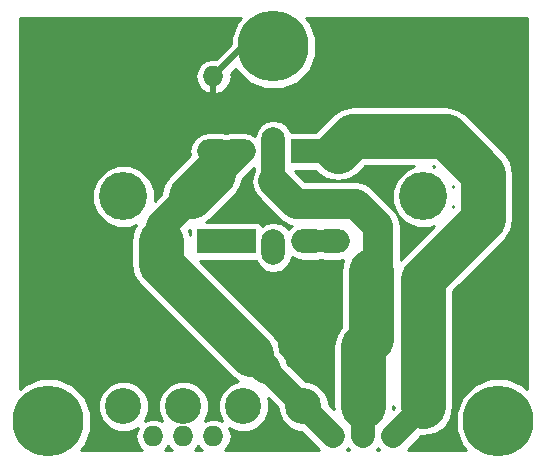
<source format=gbl>
G04 (created by PCBNEW (2013-07-07 BZR 4022)-stable) date 3/25/2014 11:58:55 PM*
%MOIN*%
G04 Gerber Fmt 3.4, Leading zero omitted, Abs format*
%FSLAX34Y34*%
G01*
G70*
G90*
G04 APERTURE LIST*
%ADD10C,0.00590551*%
%ADD11C,0.16*%
%ADD12C,0.12*%
%ADD13R,0.1185X0.079*%
%ADD14O,0.079X0.1185*%
%ADD15O,0.1185X0.079*%
%ADD16O,0.069X0.069*%
%ADD17C,0.23622*%
%ADD18C,0.02*%
%ADD19C,0.08*%
%ADD20C,0.1*%
%ADD21C,0.15*%
%ADD22C,0.01*%
G04 APERTURE END LIST*
G54D10*
G54D11*
X81000Y-51000D03*
X91000Y-51000D03*
G54D12*
X83000Y-58000D03*
X85000Y-58000D03*
X81000Y-58000D03*
X87000Y-58000D03*
X89000Y-58000D03*
X91000Y-58000D03*
G54D13*
X84802Y-52500D03*
G54D14*
X86000Y-52697D03*
G54D15*
X87197Y-52500D03*
G54D13*
X84047Y-52500D03*
G54D15*
X87952Y-52500D03*
G54D13*
X87197Y-49500D03*
G54D14*
X86000Y-49302D03*
G54D15*
X84802Y-49500D03*
G54D13*
X87952Y-49500D03*
G54D15*
X84047Y-49500D03*
G54D16*
X82000Y-59000D03*
X83000Y-59000D03*
X84000Y-59000D03*
X88000Y-59000D03*
X89000Y-59000D03*
X90000Y-59000D03*
G54D17*
X86000Y-46000D03*
X78500Y-58500D03*
X93500Y-58500D03*
G54D16*
X84000Y-47000D03*
G54D18*
X84000Y-47000D02*
X84000Y-47750D01*
X86000Y-46000D02*
X85000Y-46000D01*
X85000Y-46000D02*
X84000Y-47000D01*
G54D19*
X86000Y-49500D02*
X86000Y-50500D01*
G54D20*
X86750Y-51250D02*
X86000Y-50500D01*
G54D21*
X89000Y-56000D02*
X89000Y-58000D01*
G54D20*
X89500Y-52000D02*
X88750Y-51250D01*
X89500Y-53250D02*
X89500Y-52000D01*
X89250Y-53500D02*
X89500Y-53250D01*
G54D21*
X89250Y-55750D02*
X89250Y-53500D01*
X89000Y-56000D02*
X89250Y-55750D01*
G54D20*
X88750Y-51250D02*
X86750Y-51250D01*
G54D21*
X90250Y-49000D02*
X88650Y-49000D01*
X91000Y-53750D02*
X93000Y-51750D01*
X93000Y-51750D02*
X93000Y-50250D01*
X93000Y-50250D02*
X91750Y-49000D01*
X91750Y-49000D02*
X90250Y-49000D01*
X91000Y-58000D02*
X91000Y-53750D01*
X88650Y-49000D02*
X88150Y-49500D01*
G54D19*
X87000Y-58000D02*
X85750Y-56750D01*
X84250Y-50250D02*
X85000Y-49500D01*
X84000Y-50250D02*
X84250Y-50250D01*
G54D21*
X83250Y-51000D02*
X84000Y-50250D01*
G54D20*
X82250Y-52000D02*
X83250Y-51000D01*
X82250Y-52250D02*
X82250Y-52000D01*
X82250Y-52500D02*
X82250Y-52250D01*
G54D21*
X82250Y-53250D02*
X82250Y-52500D01*
X85250Y-56250D02*
X82250Y-53250D01*
G54D20*
X85750Y-56750D02*
X85250Y-56250D01*
G54D19*
X90000Y-59000D02*
X91000Y-58000D01*
X88000Y-59000D02*
X87000Y-58000D01*
X89000Y-59000D02*
X89000Y-58000D01*
G54D10*
G36*
X82611Y-59450D02*
X82388Y-59450D01*
X82432Y-59420D01*
X82500Y-59319D01*
X82567Y-59420D01*
X82611Y-59450D01*
X82611Y-59450D01*
G37*
G54D22*
X82611Y-59450D02*
X82388Y-59450D01*
X82432Y-59420D01*
X82500Y-59319D01*
X82567Y-59420D01*
X82611Y-59450D01*
G54D10*
G36*
X83204Y-52105D02*
X83204Y-52154D01*
X83204Y-52273D01*
X83177Y-52133D01*
X83204Y-52105D01*
X83204Y-52105D01*
G37*
G54D22*
X83204Y-52105D02*
X83204Y-52154D01*
X83204Y-52273D01*
X83177Y-52133D01*
X83204Y-52105D01*
G54D10*
G36*
X83611Y-59450D02*
X83388Y-59450D01*
X83432Y-59420D01*
X83500Y-59319D01*
X83567Y-59420D01*
X83611Y-59450D01*
X83611Y-59450D01*
G37*
G54D22*
X83611Y-59450D02*
X83388Y-59450D01*
X83432Y-59420D01*
X83500Y-59319D01*
X83567Y-59420D01*
X83611Y-59450D01*
G54D10*
G36*
X86629Y-51975D02*
X86527Y-52043D01*
X86497Y-52089D01*
X86456Y-52027D01*
X86246Y-51887D01*
X86000Y-51838D01*
X85753Y-51887D01*
X85614Y-51980D01*
X85607Y-51963D01*
X85536Y-51893D01*
X85444Y-51855D01*
X85345Y-51854D01*
X84590Y-51854D01*
X84160Y-51854D01*
X83735Y-51854D01*
X83957Y-51707D01*
X84707Y-50957D01*
X84923Y-50632D01*
X84957Y-50461D01*
X85350Y-50069D01*
X85350Y-50148D01*
X85307Y-50212D01*
X85250Y-50500D01*
X85307Y-50787D01*
X85469Y-51030D01*
X86219Y-51780D01*
X86219Y-51780D01*
X86382Y-51888D01*
X86462Y-51942D01*
X86462Y-51942D01*
X86629Y-51975D01*
X86629Y-51975D01*
G37*
G54D22*
X86629Y-51975D02*
X86527Y-52043D01*
X86497Y-52089D01*
X86456Y-52027D01*
X86246Y-51887D01*
X86000Y-51838D01*
X85753Y-51887D01*
X85614Y-51980D01*
X85607Y-51963D01*
X85536Y-51893D01*
X85444Y-51855D01*
X85345Y-51854D01*
X84590Y-51854D01*
X84160Y-51854D01*
X83735Y-51854D01*
X83957Y-51707D01*
X84707Y-50957D01*
X84923Y-50632D01*
X84957Y-50461D01*
X85350Y-50069D01*
X85350Y-50148D01*
X85307Y-50212D01*
X85250Y-50500D01*
X85307Y-50787D01*
X85469Y-51030D01*
X86219Y-51780D01*
X86219Y-51780D01*
X86382Y-51888D01*
X86462Y-51942D01*
X86462Y-51942D01*
X86629Y-51975D01*
G54D10*
G36*
X87530Y-59450D02*
X84388Y-59450D01*
X84432Y-59420D01*
X84561Y-59227D01*
X84606Y-59000D01*
X84561Y-58772D01*
X84529Y-58725D01*
X84830Y-58849D01*
X85168Y-58850D01*
X85480Y-58721D01*
X85720Y-58482D01*
X85849Y-58169D01*
X85850Y-57831D01*
X85806Y-57725D01*
X86149Y-58069D01*
X86149Y-58168D01*
X86278Y-58480D01*
X86517Y-58720D01*
X86830Y-58849D01*
X86930Y-58849D01*
X87530Y-59450D01*
X87530Y-59450D01*
G37*
G54D22*
X87530Y-59450D02*
X84388Y-59450D01*
X84432Y-59420D01*
X84561Y-59227D01*
X84606Y-59000D01*
X84561Y-58772D01*
X84529Y-58725D01*
X84830Y-58849D01*
X85168Y-58850D01*
X85480Y-58721D01*
X85720Y-58482D01*
X85849Y-58169D01*
X85850Y-57831D01*
X85806Y-57725D01*
X86149Y-58069D01*
X86149Y-58168D01*
X86278Y-58480D01*
X86517Y-58720D01*
X86830Y-58849D01*
X86930Y-58849D01*
X87530Y-59450D01*
G54D10*
G36*
X88150Y-50500D02*
X87060Y-50500D01*
X86705Y-50145D01*
X87401Y-50145D01*
X87442Y-50207D01*
X87767Y-50423D01*
X88150Y-50500D01*
X88150Y-50500D01*
G37*
G54D22*
X88150Y-50500D02*
X87060Y-50500D01*
X86705Y-50145D01*
X87401Y-50145D01*
X87442Y-50207D01*
X87767Y-50423D01*
X88150Y-50500D01*
G54D10*
G36*
X88329Y-53112D02*
X88326Y-53117D01*
X88250Y-53500D01*
X88250Y-55357D01*
X88076Y-55617D01*
X88000Y-56000D01*
X88000Y-58000D01*
X88020Y-58100D01*
X87850Y-57930D01*
X87850Y-57831D01*
X87721Y-57519D01*
X87482Y-57279D01*
X87169Y-57150D01*
X87069Y-57150D01*
X86457Y-56538D01*
X86442Y-56462D01*
X86280Y-56219D01*
X86234Y-56174D01*
X86173Y-55867D01*
X85957Y-55542D01*
X83559Y-53145D01*
X84259Y-53145D01*
X84689Y-53145D01*
X85401Y-53145D01*
X85404Y-53158D01*
X85543Y-53367D01*
X85753Y-53507D01*
X86000Y-53556D01*
X86246Y-53507D01*
X86456Y-53367D01*
X86595Y-53158D01*
X86623Y-53020D01*
X86736Y-53095D01*
X86983Y-53145D01*
X87411Y-53145D01*
X87575Y-53112D01*
X87738Y-53145D01*
X88166Y-53145D01*
X88329Y-53112D01*
X88329Y-53112D01*
G37*
G54D22*
X88329Y-53112D02*
X88326Y-53117D01*
X88250Y-53500D01*
X88250Y-55357D01*
X88076Y-55617D01*
X88000Y-56000D01*
X88000Y-58000D01*
X88020Y-58100D01*
X87850Y-57930D01*
X87850Y-57831D01*
X87721Y-57519D01*
X87482Y-57279D01*
X87169Y-57150D01*
X87069Y-57150D01*
X86457Y-56538D01*
X86442Y-56462D01*
X86280Y-56219D01*
X86234Y-56174D01*
X86173Y-55867D01*
X85957Y-55542D01*
X83559Y-53145D01*
X84259Y-53145D01*
X84689Y-53145D01*
X85401Y-53145D01*
X85404Y-53158D01*
X85543Y-53367D01*
X85753Y-53507D01*
X86000Y-53556D01*
X86246Y-53507D01*
X86456Y-53367D01*
X86595Y-53158D01*
X86623Y-53020D01*
X86736Y-53095D01*
X86983Y-53145D01*
X87411Y-53145D01*
X87575Y-53112D01*
X87738Y-53145D01*
X88166Y-53145D01*
X88329Y-53112D01*
G54D10*
G36*
X88533Y-59450D02*
X88466Y-59450D01*
X88499Y-59399D01*
X88533Y-59450D01*
X88533Y-59450D01*
G37*
G54D22*
X88533Y-59450D02*
X88466Y-59450D01*
X88499Y-59399D01*
X88533Y-59450D01*
G54D10*
G36*
X89533Y-59450D02*
X89466Y-59450D01*
X89499Y-59399D01*
X89533Y-59450D01*
X89533Y-59450D01*
G37*
G54D22*
X89533Y-59450D02*
X89466Y-59450D01*
X89499Y-59399D01*
X89533Y-59450D01*
G54D10*
G36*
X90013Y-58067D02*
X89979Y-58100D01*
X90000Y-58000D01*
X90013Y-58067D01*
X90013Y-58067D01*
G37*
G54D22*
X90013Y-58067D02*
X89979Y-58100D01*
X90000Y-58000D01*
X90013Y-58067D01*
G54D10*
G36*
X90670Y-50000D02*
X90406Y-50109D01*
X90110Y-50404D01*
X89950Y-50790D01*
X89949Y-51207D01*
X90102Y-51578D01*
X90030Y-51469D01*
X90030Y-51469D01*
X89280Y-50719D01*
X89037Y-50557D01*
X88750Y-50500D01*
X88150Y-50500D01*
X88532Y-50423D01*
X88857Y-50207D01*
X89064Y-50000D01*
X90250Y-50000D01*
X90670Y-50000D01*
X90670Y-50000D01*
G37*
G54D22*
X90670Y-50000D02*
X90406Y-50109D01*
X90110Y-50404D01*
X89950Y-50790D01*
X89949Y-51207D01*
X90102Y-51578D01*
X90030Y-51469D01*
X90030Y-51469D01*
X89280Y-50719D01*
X89037Y-50557D01*
X88750Y-50500D01*
X88150Y-50500D01*
X88532Y-50423D01*
X88857Y-50207D01*
X89064Y-50000D01*
X90250Y-50000D01*
X90670Y-50000D01*
G54D10*
G36*
X91340Y-50004D02*
X91329Y-50000D01*
X91335Y-50000D01*
X91340Y-50004D01*
X91340Y-50004D01*
G37*
G54D22*
X91340Y-50004D02*
X91329Y-50000D01*
X91335Y-50000D01*
X91340Y-50004D01*
G54D10*
G36*
X91340Y-51995D02*
X90292Y-53042D01*
X90250Y-53107D01*
X90250Y-52000D01*
X90249Y-51999D01*
X90192Y-51712D01*
X90192Y-51712D01*
X90138Y-51632D01*
X90121Y-51606D01*
X90404Y-51889D01*
X90790Y-52049D01*
X91207Y-52050D01*
X91340Y-51995D01*
X91340Y-51995D01*
G37*
G54D22*
X91340Y-51995D02*
X90292Y-53042D01*
X90250Y-53107D01*
X90250Y-52000D01*
X90249Y-51999D01*
X90192Y-51712D01*
X90192Y-51712D01*
X90138Y-51632D01*
X90121Y-51606D01*
X90404Y-51889D01*
X90790Y-52049D01*
X91207Y-52050D01*
X91340Y-51995D01*
G54D10*
G36*
X92000Y-50670D02*
X91995Y-50659D01*
X92000Y-50664D01*
X92000Y-50670D01*
X92000Y-50670D01*
G37*
G54D22*
X92000Y-50670D02*
X91995Y-50659D01*
X92000Y-50664D01*
X92000Y-50670D01*
G54D10*
G36*
X92000Y-51335D02*
X91995Y-51340D01*
X92000Y-51329D01*
X92000Y-51335D01*
X92000Y-51335D01*
G37*
G54D22*
X92000Y-51335D02*
X91995Y-51340D01*
X92000Y-51329D01*
X92000Y-51335D01*
G54D10*
G36*
X94450Y-57426D02*
X94311Y-57287D01*
X93785Y-57069D01*
X93216Y-57068D01*
X92690Y-57286D01*
X92287Y-57688D01*
X92069Y-58214D01*
X92068Y-58783D01*
X92286Y-59309D01*
X92426Y-59450D01*
X90469Y-59450D01*
X90932Y-58986D01*
X91000Y-59000D01*
X91382Y-58923D01*
X91707Y-58707D01*
X91923Y-58382D01*
X92000Y-58000D01*
X92000Y-54164D01*
X93707Y-52457D01*
X93707Y-52457D01*
X93793Y-52327D01*
X93923Y-52132D01*
X93923Y-52132D01*
X93999Y-51750D01*
X94000Y-51750D01*
X94000Y-50250D01*
X93923Y-49867D01*
X93707Y-49542D01*
X92457Y-48292D01*
X92132Y-48076D01*
X91750Y-48000D01*
X90250Y-48000D01*
X88650Y-48000D01*
X88267Y-48076D01*
X87942Y-48292D01*
X87442Y-48792D01*
X87401Y-48854D01*
X87310Y-48854D01*
X86598Y-48854D01*
X86595Y-48841D01*
X86456Y-48632D01*
X86246Y-48492D01*
X86000Y-48443D01*
X85753Y-48492D01*
X85543Y-48632D01*
X85404Y-48841D01*
X85376Y-48979D01*
X85263Y-48904D01*
X85252Y-48901D01*
X85248Y-48899D01*
X84999Y-48850D01*
X84974Y-48855D01*
X84588Y-48855D01*
X84425Y-48887D01*
X84261Y-48855D01*
X83833Y-48855D01*
X83586Y-48904D01*
X83377Y-49043D01*
X83237Y-49253D01*
X83188Y-49500D01*
X83212Y-49622D01*
X82542Y-50292D01*
X82326Y-50617D01*
X82265Y-50924D01*
X82049Y-51139D01*
X82050Y-50792D01*
X81890Y-50406D01*
X81595Y-50110D01*
X81209Y-49950D01*
X80792Y-49949D01*
X80406Y-50109D01*
X80110Y-50404D01*
X79950Y-50790D01*
X79949Y-51207D01*
X80109Y-51594D01*
X80404Y-51889D01*
X80790Y-52049D01*
X81207Y-52050D01*
X81433Y-51957D01*
X81326Y-52117D01*
X81250Y-52500D01*
X81250Y-53250D01*
X81326Y-53632D01*
X81542Y-53957D01*
X84542Y-56957D01*
X84831Y-57149D01*
X84519Y-57278D01*
X84279Y-57517D01*
X84150Y-57830D01*
X84149Y-58168D01*
X84276Y-58475D01*
X84239Y-58450D01*
X84011Y-58405D01*
X83988Y-58405D01*
X83760Y-58450D01*
X83722Y-58475D01*
X83849Y-58169D01*
X83850Y-57831D01*
X83721Y-57519D01*
X83482Y-57279D01*
X83169Y-57150D01*
X82831Y-57149D01*
X82519Y-57278D01*
X82279Y-57517D01*
X82150Y-57830D01*
X82149Y-58168D01*
X82276Y-58475D01*
X82239Y-58450D01*
X82011Y-58405D01*
X81988Y-58405D01*
X81760Y-58450D01*
X81722Y-58475D01*
X81849Y-58169D01*
X81850Y-57831D01*
X81721Y-57519D01*
X81482Y-57279D01*
X81169Y-57150D01*
X80831Y-57149D01*
X80519Y-57278D01*
X80279Y-57517D01*
X80150Y-57830D01*
X80149Y-58168D01*
X80278Y-58480D01*
X80517Y-58720D01*
X80830Y-58849D01*
X81168Y-58850D01*
X81469Y-58725D01*
X81438Y-58772D01*
X81393Y-59000D01*
X81438Y-59227D01*
X81567Y-59420D01*
X81611Y-59450D01*
X79573Y-59450D01*
X79712Y-59311D01*
X79930Y-58785D01*
X79931Y-58216D01*
X79713Y-57690D01*
X79311Y-57287D01*
X78785Y-57069D01*
X78216Y-57068D01*
X77690Y-57286D01*
X77550Y-57426D01*
X77550Y-45050D01*
X84926Y-45050D01*
X84787Y-45188D01*
X84569Y-45714D01*
X84568Y-45936D01*
X84085Y-46419D01*
X84011Y-46405D01*
X83988Y-46405D01*
X83760Y-46450D01*
X83567Y-46579D01*
X83438Y-46772D01*
X83393Y-47000D01*
X83438Y-47227D01*
X83567Y-47420D01*
X83760Y-47549D01*
X83988Y-47595D01*
X84011Y-47595D01*
X84239Y-47549D01*
X84432Y-47420D01*
X84561Y-47227D01*
X84606Y-47000D01*
X84588Y-46906D01*
X84756Y-46738D01*
X84786Y-46809D01*
X85188Y-47212D01*
X85714Y-47430D01*
X86283Y-47431D01*
X86809Y-47213D01*
X87212Y-46811D01*
X87430Y-46285D01*
X87431Y-45716D01*
X87213Y-45190D01*
X87073Y-45050D01*
X94450Y-45050D01*
X94450Y-57426D01*
X94450Y-57426D01*
G37*
G54D22*
X94450Y-57426D02*
X94311Y-57287D01*
X93785Y-57069D01*
X93216Y-57068D01*
X92690Y-57286D01*
X92287Y-57688D01*
X92069Y-58214D01*
X92068Y-58783D01*
X92286Y-59309D01*
X92426Y-59450D01*
X90469Y-59450D01*
X90932Y-58986D01*
X91000Y-59000D01*
X91382Y-58923D01*
X91707Y-58707D01*
X91923Y-58382D01*
X92000Y-58000D01*
X92000Y-54164D01*
X93707Y-52457D01*
X93707Y-52457D01*
X93793Y-52327D01*
X93923Y-52132D01*
X93923Y-52132D01*
X93999Y-51750D01*
X94000Y-51750D01*
X94000Y-50250D01*
X93923Y-49867D01*
X93707Y-49542D01*
X92457Y-48292D01*
X92132Y-48076D01*
X91750Y-48000D01*
X90250Y-48000D01*
X88650Y-48000D01*
X88267Y-48076D01*
X87942Y-48292D01*
X87442Y-48792D01*
X87401Y-48854D01*
X87310Y-48854D01*
X86598Y-48854D01*
X86595Y-48841D01*
X86456Y-48632D01*
X86246Y-48492D01*
X86000Y-48443D01*
X85753Y-48492D01*
X85543Y-48632D01*
X85404Y-48841D01*
X85376Y-48979D01*
X85263Y-48904D01*
X85252Y-48901D01*
X85248Y-48899D01*
X84999Y-48850D01*
X84974Y-48855D01*
X84588Y-48855D01*
X84425Y-48887D01*
X84261Y-48855D01*
X83833Y-48855D01*
X83586Y-48904D01*
X83377Y-49043D01*
X83237Y-49253D01*
X83188Y-49500D01*
X83212Y-49622D01*
X82542Y-50292D01*
X82326Y-50617D01*
X82265Y-50924D01*
X82049Y-51139D01*
X82050Y-50792D01*
X81890Y-50406D01*
X81595Y-50110D01*
X81209Y-49950D01*
X80792Y-49949D01*
X80406Y-50109D01*
X80110Y-50404D01*
X79950Y-50790D01*
X79949Y-51207D01*
X80109Y-51594D01*
X80404Y-51889D01*
X80790Y-52049D01*
X81207Y-52050D01*
X81433Y-51957D01*
X81326Y-52117D01*
X81250Y-52500D01*
X81250Y-53250D01*
X81326Y-53632D01*
X81542Y-53957D01*
X84542Y-56957D01*
X84831Y-57149D01*
X84519Y-57278D01*
X84279Y-57517D01*
X84150Y-57830D01*
X84149Y-58168D01*
X84276Y-58475D01*
X84239Y-58450D01*
X84011Y-58405D01*
X83988Y-58405D01*
X83760Y-58450D01*
X83722Y-58475D01*
X83849Y-58169D01*
X83850Y-57831D01*
X83721Y-57519D01*
X83482Y-57279D01*
X83169Y-57150D01*
X82831Y-57149D01*
X82519Y-57278D01*
X82279Y-57517D01*
X82150Y-57830D01*
X82149Y-58168D01*
X82276Y-58475D01*
X82239Y-58450D01*
X82011Y-58405D01*
X81988Y-58405D01*
X81760Y-58450D01*
X81722Y-58475D01*
X81849Y-58169D01*
X81850Y-57831D01*
X81721Y-57519D01*
X81482Y-57279D01*
X81169Y-57150D01*
X80831Y-57149D01*
X80519Y-57278D01*
X80279Y-57517D01*
X80150Y-57830D01*
X80149Y-58168D01*
X80278Y-58480D01*
X80517Y-58720D01*
X80830Y-58849D01*
X81168Y-58850D01*
X81469Y-58725D01*
X81438Y-58772D01*
X81393Y-59000D01*
X81438Y-59227D01*
X81567Y-59420D01*
X81611Y-59450D01*
X79573Y-59450D01*
X79712Y-59311D01*
X79930Y-58785D01*
X79931Y-58216D01*
X79713Y-57690D01*
X79311Y-57287D01*
X78785Y-57069D01*
X78216Y-57068D01*
X77690Y-57286D01*
X77550Y-57426D01*
X77550Y-45050D01*
X84926Y-45050D01*
X84787Y-45188D01*
X84569Y-45714D01*
X84568Y-45936D01*
X84085Y-46419D01*
X84011Y-46405D01*
X83988Y-46405D01*
X83760Y-46450D01*
X83567Y-46579D01*
X83438Y-46772D01*
X83393Y-47000D01*
X83438Y-47227D01*
X83567Y-47420D01*
X83760Y-47549D01*
X83988Y-47595D01*
X84011Y-47595D01*
X84239Y-47549D01*
X84432Y-47420D01*
X84561Y-47227D01*
X84606Y-47000D01*
X84588Y-46906D01*
X84756Y-46738D01*
X84786Y-46809D01*
X85188Y-47212D01*
X85714Y-47430D01*
X86283Y-47431D01*
X86809Y-47213D01*
X87212Y-46811D01*
X87430Y-46285D01*
X87431Y-45716D01*
X87213Y-45190D01*
X87073Y-45050D01*
X94450Y-45050D01*
X94450Y-57426D01*
M02*

</source>
